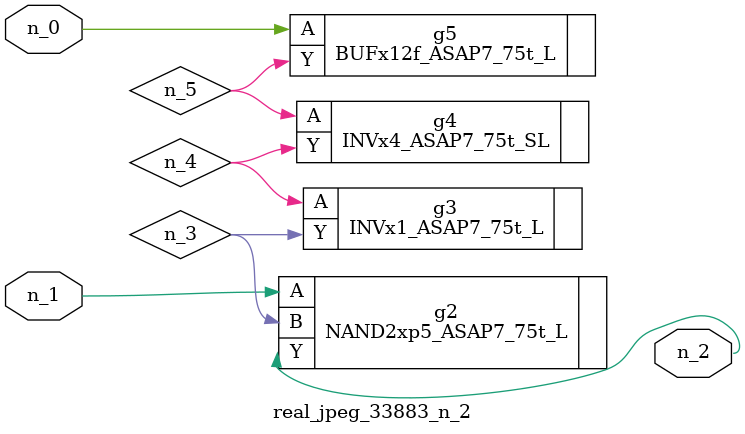
<source format=v>
module real_jpeg_33883_n_2 (n_1, n_0, n_2);

input n_1;
input n_0;

output n_2;

wire n_5;
wire n_4;
wire n_3;

BUFx12f_ASAP7_75t_L g5 ( 
.A(n_0),
.Y(n_5)
);

NAND2xp5_ASAP7_75t_L g2 ( 
.A(n_1),
.B(n_3),
.Y(n_2)
);

INVx1_ASAP7_75t_L g3 ( 
.A(n_4),
.Y(n_3)
);

INVx4_ASAP7_75t_SL g4 ( 
.A(n_5),
.Y(n_4)
);


endmodule
</source>
